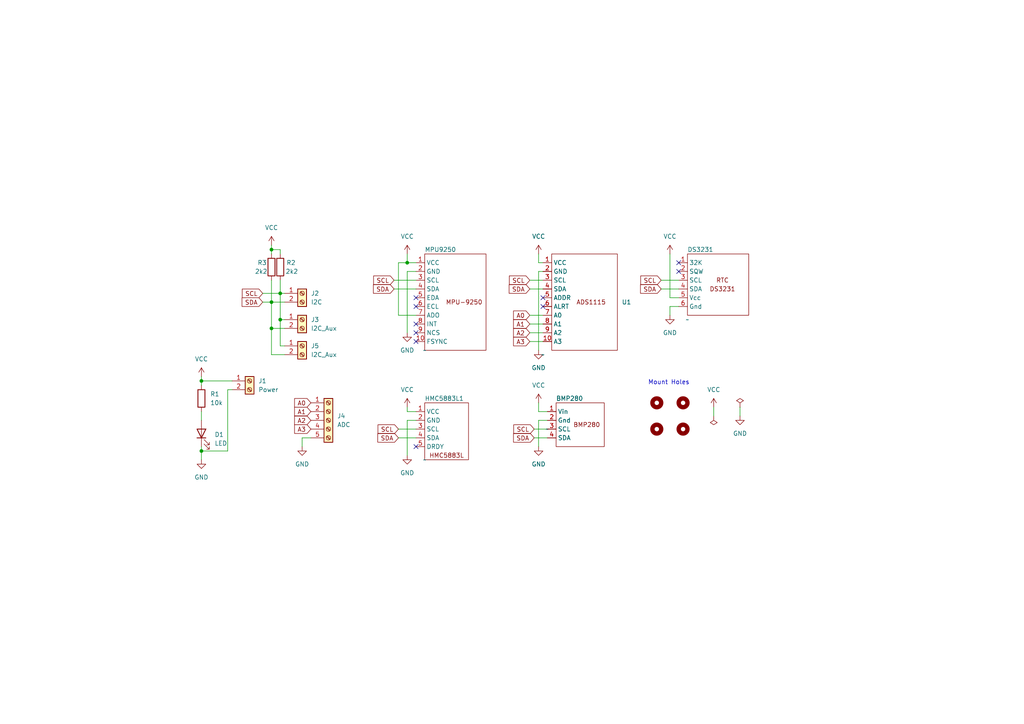
<source format=kicad_sch>
(kicad_sch (version 20231120) (generator "eeschema") (generator_version "8.0")
  (paper "A4")
  (lib_symbols
    (symbol "Connector:Screw_Terminal_01x02" (pin_names (offset 1.016) hide)
      (property "Reference" "J" (at 0 2.54 0))
      (property "Value" "Screw_Terminal_01x02" (at 0 -5.08 0))
      (symbol "Screw_Terminal_01x02_1_1"
        (rectangle (start -1.27 1.27) (end 1.27 -3.81) (stroke (width 0.254)) (fill (type background)))
        (circle (center 0 -2.54) (radius 0.635) (stroke (width 0.1524)))
        (polyline (pts (xy -0.5334 -2.2098) (xy 0.3302 -3.048)) (stroke (width 0.1524)))
        (polyline (pts (xy -0.5334 0.3302) (xy 0.3302 -0.508)) (stroke (width 0.1524)))
        (polyline (pts (xy -0.3556 -2.032) (xy 0.508 -2.8702)) (stroke (width 0.1524)))
        (polyline (pts (xy -0.3556 0.508) (xy 0.508 -0.3302)) (stroke (width 0.1524)))
        (circle (center 0 0) (radius 0.635) (stroke (width 0.1524)))
        (pin passive line (at -5.08 0 0) (length 3.81) (name "Pin_1") (number "1"))
        (pin passive line (at -5.08 -2.54 0) (length 3.81) (name "Pin_2") (number "2"))
      )
    )
    (symbol "Connector:Screw_Terminal_01x05" (pin_names (offset 1.016) hide)
      (property "Reference" "J" (at 0 7.62 0))
      (property "Value" "Screw_Terminal_01x05" (at 0 -7.62 0))
      (symbol "Screw_Terminal_01x05_1_1"
        (rectangle (start -1.27 6.35) (end 1.27 -6.35) (stroke (width 0.254)) (fill (type background)))
        (circle (center 0 -5.08) (radius 0.635) (stroke (width 0.1524)))
        (circle (center 0 -2.54) (radius 0.635) (stroke (width 0.1524)))
        (polyline (pts (xy -0.5334 -4.7498) (xy 0.3302 -5.588)) (stroke (width 0.1524)))
        (polyline (pts (xy -0.5334 -2.2098) (xy 0.3302 -3.048)) (stroke (width 0.1524)))
        (polyline (pts (xy -0.5334 0.3302) (xy 0.3302 -0.508)) (stroke (width 0.1524)))
        (polyline (pts (xy -0.5334 2.8702) (xy 0.3302 2.032)) (stroke (width 0.1524)))
        (polyline (pts (xy -0.5334 5.4102) (xy 0.3302 4.572)) (stroke (width 0.1524)))
        (polyline (pts (xy -0.3556 -4.572) (xy 0.508 -5.4102)) (stroke (width 0.1524)))
        (polyline (pts (xy -0.3556 -2.032) (xy 0.508 -2.8702)) (stroke (width 0.1524)))
        (polyline (pts (xy -0.3556 0.508) (xy 0.508 -0.3302)) (stroke (width 0.1524)))
        (polyline (pts (xy -0.3556 3.048) (xy 0.508 2.2098)) (stroke (width 0.1524)))
        (polyline (pts (xy -0.3556 5.588) (xy 0.508 4.7498)) (stroke (width 0.1524)))
        (circle (center 0 0) (radius 0.635) (stroke (width 0.1524)))
        (circle (center 0 2.54) (radius 0.635) (stroke (width 0.1524)))
        (circle (center 0 5.08) (radius 0.635) (stroke (width 0.1524)))
        (pin passive line (at -5.08 5.08 0) (length 3.81) (name "Pin_1") (number "1"))
        (pin passive line (at -5.08 2.54 0) (length 3.81) (name "Pin_2") (number "2"))
        (pin passive line (at -5.08 0 0) (length 3.81) (name "Pin_3") (number "3"))
        (pin passive line (at -5.08 -2.54 0) (length 3.81) (name "Pin_4") (number "4"))
        (pin passive line (at -5.08 -5.08 0) (length 3.81) (name "Pin_5") (number "5"))
      )
    )
    (symbol "Device:LED" (pin_numbers hide) (pin_names (offset 1.016) hide)
      (property "Reference" "D" (at 0 2.54 0))
      (property "Value" "LED" (at 0 -2.54 0))
      (symbol "LED_0_1"
        (polyline (pts (xy -1.27 -1.27) (xy -1.27 1.27)) (stroke (width 0.254)))
        (polyline (pts (xy -1.27 0) (xy 1.27 0)))
        (polyline (pts (xy 1.27 -1.27) (xy 1.27 1.27) (xy -1.27 0) (xy 1.27 -1.27)) (stroke (width 0.254)))
        (polyline (pts (xy -3.048 -0.762) (xy -4.572 -2.286) (xy -3.81 -2.286) (xy -4.572 -2.286) (xy -4.572 -1.524)))
        (polyline (pts (xy -1.778 -0.762) (xy -3.302 -2.286) (xy -2.54 -2.286) (xy -3.302 -2.286) (xy -3.302 -1.524)))
      )
      (symbol "LED_1_1"
        (pin passive line (at -3.81 0 0) (length 2.54) (name "K") (number "1"))
        (pin passive line (at 3.81 0 180) (length 2.54) (name "A") (number "2"))
      )
    )
    (symbol "Device:R" (pin_numbers hide) (pin_names (offset 0))
      (property "Reference" "R" (at 2.032 0 90))
      (property "Value" "R" (at 0 0 90))
      (symbol "R_0_1"
        (rectangle (start -1.016 -2.54) (end 1.016 2.54) (stroke (width 0.254)))
      )
      (symbol "R_1_1"
        (pin passive line (at 0 3.81 270) (length 1.27) (name "~") (number "1"))
        (pin passive line (at 0 -3.81 90) (length 1.27) (name "~") (number "2"))
      )
    )
    (symbol "Mechanical:MountingHole" (pin_names (offset 1.016))
      (property "Reference" "H" (at 0 5.08 0))
      (property "Value" "MountingHole" (at 0 3.175 0))
      (symbol "MountingHole_0_1"
        (circle (center 0 0) (radius 1.27) (stroke (width 1.27)))
      )
    )
    (symbol "my_symbol_lib:ADS1115"
      (property "Reference" "U" (at -8.89 15.24 0))
      (symbol "ADS1115_0_1"
        (rectangle (start -10.16 13.97) (end 8.89 -13.97))
      )
      (symbol "ADS1115_1_1"
        (text "ADS1115\n" (at 1.27 0 0) (effects (font (size 1.27 1.27))))
        (pin power_in line (at -12.7 11.43 0) (length 2.54) (name "VCC") (number "1"))
        (pin input line (at -12.7 -11.43 0) (length 2.54) (name "A3") (number "10"))
        (pin power_in line (at -12.7 8.89 0) (length 2.54) (name "GND") (number "2"))
        (pin input line (at -12.7 6.35 0) (length 2.54) (name "SCL") (number "3"))
        (pin bidirectional line (at -12.7 3.81 0) (length 2.54) (name "SDA") (number "4"))
        (pin input line (at -12.7 1.27 0) (length 2.54) (name "ADDR") (number "5"))
        (pin output line (at -12.7 -1.27 0) (length 2.54) (name "ALRT") (number "6"))
        (pin input line (at -12.7 -3.81 0) (length 2.54) (name "A0") (number "7"))
        (pin input line (at -12.7 -6.35 0) (length 2.54) (name "A1") (number "8"))
        (pin input line (at -12.7 -8.89 0) (length 2.54) (name "A2") (number "9"))
      )
    )
    (symbol "my_symbol_lib:BMP280"
      (property "Reference" "U" (at -6.35 7.62 0))
      (symbol "BMP280_0_1"
        (rectangle (start -7.62 6.35) (end 6.35 -6.35))
      )
      (symbol "BMP280_1_1"
        (text "BMP280" (at 1.27 0 0) (effects (font (size 1.27 1.27))))
        (pin power_in line (at -10.16 3.81 0) (length 2.54) (name "Vin") (number "1"))
        (pin power_in line (at -10.16 1.27 0) (length 2.54) (name "Gnd") (number "2"))
        (pin input line (at -10.16 -1.27 0) (length 2.54) (name "SCL") (number "3"))
        (pin input line (at -10.16 -3.81 0) (length 2.54) (name "SDA") (number "4"))
      )
    )
    (symbol "my_symbol_lib:HMC5883L"
      (property "Reference" "U" (at 1.27 17.78 0))
      (symbol "HMC5883L_0_1"
        (rectangle (start 0 16.51) (end 12.7 0))
      )
      (symbol "HMC5883L_1_1"
        (text "HMC5883L" (at 6.35 1.27 0) (effects (font (size 1.27 1.27))))
        (pin power_in line (at -2.54 13.97 0) (length 2.54) (name "VCC") (number "1"))
        (pin power_in line (at -2.54 11.43 0) (length 2.54) (name "GND") (number "2"))
        (pin bidirectional line (at -2.54 8.89 0) (length 2.54) (name "SCL") (number "3"))
        (pin bidirectional line (at -2.54 6.35 0) (length 2.54) (name "SDA") (number "4"))
        (pin output line (at -2.54 3.81 0) (length 2.54) (name "DRDY") (number "5"))
      )
    )
    (symbol "my_symbol_lib:MPU-9250"
      (property "Reference" "U" (at 1.27 29.21 0))
      (symbol "MPU-9250_0_1"
        (rectangle (start 0 27.94) (end 17.78 0))
      )
      (symbol "MPU-9250_1_1"
        (text "MPU-9250" (at 11.43 13.97 0) (effects (font (size 1.27 1.27))))
        (pin power_in line (at -2.54 25.4 0) (length 2.54) (name "VCC") (number "1"))
        (pin bidirectional line (at -2.54 2.54 0) (length 2.54) (name "FSYNC") (number "10"))
        (pin power_in line (at -2.54 22.86 0) (length 2.54) (name "GND") (number "2"))
        (pin input line (at -2.54 20.32 0) (length 2.54) (name "SCL") (number "3"))
        (pin bidirectional line (at -2.54 17.78 0) (length 2.54) (name "SDA") (number "4"))
        (pin bidirectional line (at -2.54 15.24 0) (length 2.54) (name "EDA") (number "5"))
        (pin bidirectional line (at -2.54 12.7 0) (length 2.54) (name "ECL") (number "6"))
        (pin bidirectional line (at -2.54 10.16 0) (length 2.54) (name "ADO") (number "7"))
        (pin bidirectional line (at -2.54 7.62 0) (length 2.54) (name "INT") (number "8"))
        (pin bidirectional line (at -2.54 5.08 0) (length 2.54) (name "NCS") (number "9"))
      )
    )
    (symbol "my_symbol_lib:RTC_DS3231"
      (property "Reference" "U" (at 1.27 20.32 0))
      (symbol "RTC_DS3231_0_1"
        (rectangle (start 0 19.05) (end 17.78 1.27))
      )
      (symbol "RTC_DS3231_1_1"
        (text "DS3231" (at 10.16 8.89 0) (effects (font (size 1.27 1.27))))
        (text "RTC" (at 10.16 11.43 0) (effects (font (size 1.27 1.27))))
        (pin output line (at -2.54 16.51 0) (length 2.54) (name "32K") (number "1"))
        (pin output line (at -2.54 13.97 0) (length 2.54) (name "SQW") (number "2"))
        (pin input line (at -2.54 11.43 0) (length 2.54) (name "SCL") (number "3"))
        (pin bidirectional line (at -2.54 8.89 0) (length 2.54) (name "SDA") (number "4"))
        (pin power_in line (at -2.54 6.35 0) (length 2.54) (name "Vcc") (number "5"))
        (pin power_in line (at -2.54 3.81 0) (length 2.54) (name "Gnd") (number "6"))
      )
    )
    (symbol "power:GND" (power) (pin_names (offset 0))
      (property "Value" "GND" (at 0 -3.81 0))
      (symbol "GND_0_1"
        (polyline (pts (xy 0 0) (xy 0 -1.27) (xy 1.27 -1.27) (xy 0 -2.54) (xy -1.27 -1.27) (xy 0 -1.27)))
      )
      (symbol "GND_1_1"
        (pin power_in line (at 0 0 270) (length 0) hide (name "GND") (number "1"))
      )
    )
    (symbol "power:PWR_FLAG" (power) (pin_numbers hide) (pin_names (offset 0) hide)
      (property "Value" "PWR_FLAG" (at 0 3.81 0))
      (symbol "PWR_FLAG_0_0"
        (pin power_out line (at 0 0 90) (length 0) (name "pwr") (number "1"))
      )
      (symbol "PWR_FLAG_0_1"
        (polyline (pts (xy 0 0) (xy 0 1.27) (xy -1.016 1.905) (xy 0 2.54) (xy 1.016 1.905) (xy 0 1.27)))
      )
    )
    (symbol "power:VCC" (power) (pin_names (offset 0))
      (property "Value" "VCC" (at 0 3.81 0))
      (symbol "VCC_0_1"
        (polyline (pts (xy -0.762 1.27) (xy 0 2.54)))
        (polyline (pts (xy 0 0) (xy 0 2.54)))
        (polyline (pts (xy 0 2.54) (xy 0.762 1.27)))
      )
      (symbol "VCC_1_1"
        (pin power_in line (at 0 0 90) (length 0) hide (name "VCC") (number "1"))
      )
    )
  )
  (junction (at 81.28 92.71))
  (junction (at 78.74 72.39))
  (junction (at 58.42 110.49))
  (junction (at 118.11 76.2))
  (junction (at 58.42 130.81))
  (junction (at 78.74 95.25))
  (junction (at 78.74 87.63))
  (junction (at 81.28 85.09))
  (no_connect (at 157.48 88.9))
  (no_connect (at 120.65 96.52))
  (no_connect (at 120.65 88.9))
  (no_connect (at 120.65 99.06))
  (no_connect (at 120.65 86.36))
  (no_connect (at 196.85 76.2))
  (no_connect (at 196.85 78.74))
  (no_connect (at 120.65 93.98))
  (no_connect (at 120.65 129.54))
  (no_connect (at 157.48 86.36))
  (wire (pts (xy 118.11 132.08) (xy 118.11 121.92)))
  (wire (pts (xy 207.01 118.11) (xy 207.01 120.65)))
  (wire (pts (xy 194.31 73.66) (xy 194.31 86.36)))
  (wire (pts (xy 115.57 76.2) (xy 118.11 76.2)))
  (wire (pts (xy 66.04 130.81) (xy 66.04 113.03)))
  (wire (pts (xy 191.77 81.28) (xy 196.85 81.28)))
  (wire (pts (xy 153.67 96.52) (xy 157.48 96.52)))
  (wire (pts (xy 81.28 85.09) (xy 82.55 85.09)))
  (wire (pts (xy 78.74 95.25) (xy 78.74 87.63)))
  (wire (pts (xy 153.67 99.06) (xy 157.48 99.06)))
  (wire (pts (xy 153.67 91.44) (xy 157.48 91.44)))
  (wire (pts (xy 118.11 76.2) (xy 118.11 73.66)))
  (wire (pts (xy 156.21 76.2) (xy 157.48 76.2)))
  (wire (pts (xy 156.21 121.92) (xy 158.75 121.92)))
  (wire (pts (xy 81.28 92.71) (xy 81.28 100.33)))
  (wire (pts (xy 194.31 88.9) (xy 196.85 88.9)))
  (wire (pts (xy 81.28 92.71) (xy 81.28 85.09)))
  (wire (pts (xy 78.74 102.87) (xy 78.74 95.25)))
  (wire (pts (xy 153.67 81.28) (xy 157.48 81.28)))
  (wire (pts (xy 156.21 73.66) (xy 156.21 76.2)))
  (wire (pts (xy 58.42 110.49) (xy 58.42 111.76)))
  (wire (pts (xy 87.63 129.54) (xy 87.63 127)))
  (wire (pts (xy 120.65 78.74) (xy 118.11 78.74)))
  (wire (pts (xy 78.74 72.39) (xy 81.28 72.39)))
  (wire (pts (xy 58.42 130.81) (xy 58.42 133.35)))
  (wire (pts (xy 156.21 129.54) (xy 156.21 121.92)))
  (wire (pts (xy 76.2 85.09) (xy 81.28 85.09)))
  (wire (pts (xy 115.57 124.46) (xy 120.65 124.46)))
  (wire (pts (xy 81.28 72.39) (xy 81.28 73.66)))
  (wire (pts (xy 153.67 83.82) (xy 157.48 83.82)))
  (wire (pts (xy 194.31 91.44) (xy 194.31 88.9)))
  (wire (pts (xy 114.3 83.82) (xy 120.65 83.82)))
  (wire (pts (xy 58.42 119.38) (xy 58.42 121.92)))
  (wire (pts (xy 82.55 95.25) (xy 78.74 95.25)))
  (wire (pts (xy 66.04 113.03) (xy 67.31 113.03)))
  (wire (pts (xy 120.65 119.38) (xy 118.11 119.38)))
  (wire (pts (xy 156.21 116.84) (xy 156.21 119.38)))
  (wire (pts (xy 194.31 86.36) (xy 196.85 86.36)))
  (wire (pts (xy 191.77 83.82) (xy 196.85 83.82)))
  (wire (pts (xy 76.2 87.63) (xy 78.74 87.63)))
  (wire (pts (xy 154.94 127) (xy 158.75 127)))
  (wire (pts (xy 58.42 130.81) (xy 66.04 130.81)))
  (wire (pts (xy 78.74 71.12) (xy 78.74 72.39)))
  (wire (pts (xy 87.63 127) (xy 90.17 127)))
  (wire (pts (xy 156.21 119.38) (xy 158.75 119.38)))
  (wire (pts (xy 214.63 118.11) (xy 214.63 120.65)))
  (wire (pts (xy 78.74 81.28) (xy 78.74 87.63)))
  (wire (pts (xy 156.21 78.74) (xy 157.48 78.74)))
  (wire (pts (xy 120.65 91.44) (xy 115.57 91.44)))
  (wire (pts (xy 81.28 81.28) (xy 81.28 85.09)))
  (wire (pts (xy 115.57 91.44) (xy 115.57 76.2)))
  (wire (pts (xy 81.28 100.33) (xy 82.55 100.33)))
  (wire (pts (xy 115.57 127) (xy 120.65 127)))
  (wire (pts (xy 82.55 102.87) (xy 78.74 102.87)))
  (wire (pts (xy 154.94 124.46) (xy 158.75 124.46)))
  (wire (pts (xy 82.55 92.71) (xy 81.28 92.71)))
  (wire (pts (xy 120.65 76.2) (xy 118.11 76.2)))
  (wire (pts (xy 118.11 119.38) (xy 118.11 118.11)))
  (wire (pts (xy 78.74 87.63) (xy 82.55 87.63)))
  (wire (pts (xy 156.21 101.6) (xy 156.21 78.74)))
  (wire (pts (xy 58.42 129.54) (xy 58.42 130.81)))
  (wire (pts (xy 118.11 121.92) (xy 120.65 121.92)))
  (wire (pts (xy 78.74 72.39) (xy 78.74 73.66)))
  (wire (pts (xy 58.42 109.22) (xy 58.42 110.49)))
  (wire (pts (xy 118.11 78.74) (xy 118.11 96.52)))
  (wire (pts (xy 153.67 93.98) (xy 157.48 93.98)))
  (wire (pts (xy 114.3 81.28) (xy 120.65 81.28)))
  (wire (pts (xy 58.42 110.49) (xy 67.31 110.49)))
  (text "Mount Holes\n" (at 187.96 111.76 0) (effects (font (size 1.27 1.27)) (justify left bottom)))
  (global_label "SDA" (shape input) (at 154.94 127 180) (property "Intersheetrefs" "${INTERSHEET_REFS}" (effects (hide yes))))
  (global_label "SCL" (shape input) (at 191.77 81.28 180) (property "Intersheetrefs" "${INTERSHEET_REFS}" (effects (hide yes))))
  (global_label "SCL" (shape input) (at 153.67 81.28 180) (property "Intersheetrefs" "${INTERSHEET_REFS}" (effects (hide yes))))
  (global_label "SDA" (shape input) (at 114.3 83.82 180) (property "Intersheetrefs" "${INTERSHEET_REFS}" (effects (hide yes))))
  (global_label "A0" (shape input) (at 153.67 91.44 180) (property "Intersheetrefs" "${INTERSHEET_REFS}" (effects (hide yes))))
  (global_label "SCL" (shape input) (at 114.3 81.28 180) (property "Intersheetrefs" "${INTERSHEET_REFS}" (effects (hide yes))))
  (global_label "SCL" (shape input) (at 154.94 124.46 180) (property "Intersheetrefs" "${INTERSHEET_REFS}" (effects (hide yes))))
  (global_label "A0" (shape input) (at 90.17 116.84 180) (property "Intersheetrefs" "${INTERSHEET_REFS}" (effects (hide yes))))
  (global_label "A3" (shape input) (at 153.67 99.06 180) (property "Intersheetrefs" "${INTERSHEET_REFS}" (effects (hide yes))))
  (global_label "SCL" (shape input) (at 76.2 85.09 180) (property "Intersheetrefs" "${INTERSHEET_REFS}" (effects (hide yes))))
  (global_label "SDA" (shape input) (at 191.77 83.82 180) (property "Intersheetrefs" "${INTERSHEET_REFS}" (effects (hide yes))))
  (global_label "SDA" (shape input) (at 76.2 87.63 180) (property "Intersheetrefs" "${INTERSHEET_REFS}" (effects (hide yes))))
  (global_label "A1" (shape input) (at 90.17 119.38 180) (property "Intersheetrefs" "${INTERSHEET_REFS}" (effects (hide yes))))
  (global_label "SCL" (shape input) (at 115.57 124.46 180) (property "Intersheetrefs" "${INTERSHEET_REFS}" (effects (hide yes))))
  (global_label "A2" (shape input) (at 153.67 96.52 180) (property "Intersheetrefs" "${INTERSHEET_REFS}" (effects (hide yes))))
  (global_label "A1" (shape input) (at 153.67 93.98 180) (property "Intersheetrefs" "${INTERSHEET_REFS}" (effects (hide yes))))
  (global_label "A3" (shape input) (at 90.17 124.46 180) (property "Intersheetrefs" "${INTERSHEET_REFS}" (effects (hide yes))))
  (global_label "A2" (shape input) (at 90.17 121.92 180) (property "Intersheetrefs" "${INTERSHEET_REFS}" (effects (hide yes))))
  (global_label "SDA" (shape input) (at 153.67 83.82 180) (property "Intersheetrefs" "${INTERSHEET_REFS}" (effects (hide yes))))
  (global_label "SDA" (shape input) (at 115.57 127 180) (property "Intersheetrefs" "${INTERSHEET_REFS}" (effects (hide yes))))
  (symbol (lib_id "power:GND") (at 156.21 129.54 0) (unit 1)
    (property "Reference" "#PWR010" (effects (hide yes)))
    (property "Value" "GND" (at 156.21 134.62 0))
    (property "Description" "Power symbol creates a global label with name \"GND\" , ground" (effects (hide yes)))
  )
  (symbol (lib_id "power:GND") (at 156.21 101.6 0) (unit 1)
    (property "Reference" "#PWR04" (effects (hide yes)))
    (property "Value" "GND" (at 156.21 106.68 0))
    (property "Description" "Power symbol creates a global label with name \"GND\" , ground" (effects (hide yes)))
  )
  (symbol (lib_id "power:GND") (at 214.63 120.65 0) (unit 1)
    (property "Reference" "#PWR013" (effects (hide yes)))
    (property "Value" "GND" (at 214.63 125.73 0))
    (property "Description" "Power symbol creates a global label with name \"GND\" , ground" (effects (hide yes)))
  )
  (symbol (lib_id "Device:LED") (at 58.42 125.73 90) (unit 1)
    (property "Reference" "D1" (at 62.23 126.0475 90) (effects (justify right)))
    (property "Value" "LED" (at 62.23 128.5875 90) (effects (justify right)))
    (property "Footprint" "LED_SMD:LED_1206_3216Metric" (effects (hide yes)))
    (property "Description" "Light emitting diode" (effects (hide yes)))
  )
  (symbol (lib_id "power:VCC") (at 207.01 118.11 0) (unit 1)
    (property "Reference" "#PWR012" (effects (hide yes)))
    (property "Value" "VCC" (at 207.01 113.03 0))
    (property "Description" "Power symbol creates a global label with name \"VCC\"" (effects (hide yes)))
  )
  (symbol (lib_id "my_symbol_lib:MPU-9250") (at 123.19 101.6 0) (unit 1)
    (property "Reference" "MPU9250" (at 123.19 72.39 0) (effects (justify left)))
    (property "Value" "~" (at 123.19 101.6 0))
    (property "Footprint" "my_footprint_lib:MPU-9250" (effects (hide yes)))
  )
  (symbol (lib_id "power:VCC") (at 78.74 71.12 0) (unit 1)
    (property "Reference" "#PWR016" (effects (hide yes)))
    (property "Value" "VCC" (at 78.74 66.04 0))
    (property "Description" "Power symbol creates a global label with name \"VCC\"" (effects (hide yes)))
  )
  (symbol (lib_id "power:GND") (at 87.63 129.54 0) (unit 1)
    (property "Reference" "#PWR03" (effects (hide yes)))
    (property "Value" "GND" (at 87.63 134.62 0))
    (property "Description" "Power symbol creates a global label with name \"GND\" , ground" (effects (hide yes)))
  )
  (symbol (lib_id "power:GND") (at 118.11 96.52 0) (unit 1)
    (property "Reference" "#PWR07" (effects (hide yes)))
    (property "Value" "GND" (at 118.11 101.6 0))
    (property "Description" "Power symbol creates a global label with name \"GND\" , ground" (effects (hide yes)))
  )
  (symbol (lib_id "Connector:Screw_Terminal_01x02") (at 87.63 85.09 0) (unit 1)
    (property "Reference" "J2" (at 90.17 85.09 0) (effects (justify left)))
    (property "Value" "I2C" (at 90.17 87.63 0) (effects (justify left)))
    (property "Footprint" "TerminalBlock_TE-Connectivity:TerminalBlock_TE_282834-2_1x02_P2.54mm_Horizontal" (effects (hide yes)))
    (property "Description" "Generic screw terminal, single row, 01x02, script generated (kicad-library-utils/schlib/autogen/connector/)" (effects (hide yes)))
  )
  (symbol (lib_id "my_symbol_lib:HMC5883L") (at 123.19 133.35 0) (unit 1)
    (property "Reference" "HMC5883L1" (at 123.19 115.57 0) (effects (justify left)))
    (property "Value" "~" (at 123.19 133.35 0))
    (property "Footprint" "my_footprint_lib:HMC5883L" (effects (hide yes)))
  )
  (symbol (lib_id "my_symbol_lib:BMP280") (at 168.91 123.19 0) (unit 1)
    (property "Reference" "BMP280" (at 161.29 115.57 0) (effects (justify left)))
    (property "Value" "~" (at 158.75 124.46 0))
    (property "Footprint" "my_footprint_lib:bmp280" (effects (hide yes)))
  )
  (symbol (lib_id "power:VCC") (at 118.11 73.66 0) (unit 1)
    (property "Reference" "#PWR06" (effects (hide yes)))
    (property "Value" "VCC" (at 118.11 68.58 0))
    (property "Description" "Power symbol creates a global label with name \"VCC\"" (effects (hide yes)))
  )
  (symbol (lib_id "Connector:Screw_Terminal_01x02") (at 87.63 92.71 0) (unit 1)
    (property "Reference" "J3" (at 90.17 92.71 0) (effects (justify left)))
    (property "Value" "I2C_Aux" (at 90.17 95.25 0) (effects (justify left)))
    (property "Footprint" "TerminalBlock_TE-Connectivity:TerminalBlock_TE_282834-2_1x02_P2.54mm_Horizontal" (effects (hide yes)))
    (property "Description" "Generic screw terminal, single row, 01x02, script generated (kicad-library-utils/schlib/autogen/connector/)" (effects (hide yes)))
  )
  (symbol (lib_id "Mechanical:MountingHole") (at 190.5 124.46 0) (unit 1)
    (property "Reference" "H3" (effects (hide yes)))
    (property "Value" "MountingHole" (effects (hide yes)))
    (property "Footprint" "MountingHole:MountingHole_3.2mm_M3" (effects (hide yes)))
    (property "Description" "Mounting Hole without connection" (effects (hide yes)))
  )
  (symbol (lib_id "power:VCC") (at 194.31 73.66 0) (unit 1)
    (property "Reference" "#PWR09" (effects (hide yes)))
    (property "Value" "VCC" (at 194.31 68.58 0))
    (property "Description" "Power symbol creates a global label with name \"VCC\"" (effects (hide yes)))
  )
  (symbol (lib_id "power:VCC") (at 58.42 109.22 0) (unit 1)
    (property "Reference" "#PWR01" (effects (hide yes)))
    (property "Value" "VCC" (at 58.42 104.14 0))
    (property "Description" "Power symbol creates a global label with name \"VCC\"" (effects (hide yes)))
  )
  (symbol (lib_id "power:VCC") (at 118.11 118.11 0) (unit 1)
    (property "Reference" "#PWR015" (effects (hide yes)))
    (property "Value" "VCC" (at 118.11 113.03 0))
    (property "Description" "Power symbol creates a global label with name \"VCC\"" (effects (hide yes)))
  )
  (symbol (lib_id "power:VCC") (at 156.21 116.84 0) (unit 1)
    (property "Reference" "#PWR08" (effects (hide yes)))
    (property "Value" "VCC" (at 156.21 111.76 0))
    (property "Description" "Power symbol creates a global label with name \"VCC\"" (effects (hide yes)))
  )
  (symbol (lib_id "Connector:Screw_Terminal_01x02") (at 87.63 100.33 0) (unit 1)
    (property "Reference" "J5" (at 90.17 100.33 0) (effects (justify left)))
    (property "Value" "I2C_Aux" (at 90.17 102.87 0) (effects (justify left)))
    (property "Footprint" "TerminalBlock_TE-Connectivity:TerminalBlock_TE_282834-2_1x02_P2.54mm_Horizontal" (effects (hide yes)))
    (property "Description" "Generic screw terminal, single row, 01x02, script generated (kicad-library-utils/schlib/autogen/connector/)" (effects (hide yes)))
  )
  (symbol (lib_id "Mechanical:MountingHole") (at 198.12 116.84 0) (unit 1)
    (property "Reference" "H2" (effects (hide yes)))
    (property "Value" "MountingHole" (effects (hide yes)))
    (property "Footprint" "MountingHole:MountingHole_3.2mm_M3" (effects (hide yes)))
    (property "Description" "Mounting Hole without connection" (effects (hide yes)))
  )
  (symbol (lib_id "Connector:Screw_Terminal_01x05") (at 95.25 121.92 0) (unit 1)
    (property "Reference" "J4" (at 97.79 120.65 0) (effects (justify left)))
    (property "Value" "ADC" (at 97.79 123.19 0) (effects (justify left)))
    (property "Footprint" "TerminalBlock_TE-Connectivity:TerminalBlock_TE_282834-5_1x05_P2.54mm_Horizontal" (effects (hide yes)))
    (property "Description" "Generic screw terminal, single row, 01x05, script generated (kicad-library-utils/schlib/autogen/connector/)" (effects (hide yes)))
  )
  (symbol (lib_id "my_symbol_lib:RTC_DS3231") (at 199.39 92.71 0) (unit 1)
    (property "Reference" "DS3231" (at 199.39 72.39 0) (effects (justify left)))
    (property "Value" "~" (at 199.39 92.71 0))
    (property "Footprint" "my_footprint_lib:rtc_ds3231" (effects (hide yes)))
  )
  (symbol (lib_id "Device:R") (at 58.42 115.57 0) (unit 1)
    (property "Reference" "R1" (at 60.96 114.2999 0) (effects (justify left)))
    (property "Value" "10k" (at 60.96 116.8399 0) (effects (justify left)))
    (property "Footprint" "Resistor_SMD:R_1206_3216Metric" (effects (hide yes)))
    (property "Description" "Resistor" (effects (hide yes)))
  )
  (symbol (lib_id "power:GND") (at 194.31 91.44 0) (unit 1)
    (property "Reference" "#PWR011" (effects (hide yes)))
    (property "Value" "GND" (at 194.31 96.52 0))
    (property "Description" "Power symbol creates a global label with name \"GND\" , ground" (effects (hide yes)))
  )
  (symbol (lib_id "Device:R") (at 81.28 77.47 0) (unit 1)
    (property "Reference" "R2" (at 83.058 76.2 0) (effects (justify left)))
    (property "Value" "2k2" (at 82.804 78.74 0) (effects (justify left)))
    (property "Footprint" "Resistor_SMD:R_1206_3216Metric" (effects (hide yes)))
    (property "Description" "Resistor" (effects (hide yes)))
  )
  (symbol (lib_id "power:PWR_FLAG") (at 207.01 120.65 180) (unit 1)
    (property "Reference" "#FLG01" (effects (hide yes)))
    (property "Value" "PWR_FLAG" (effects (hide yes)))
    (property "Description" "Special symbol for telling ERC where power comes from" (effects (hide yes)))
  )
  (symbol (lib_id "power:PWR_FLAG") (at 214.63 118.11 0) (unit 1)
    (property "Reference" "#FLG02" (effects (hide yes)))
    (property "Value" "PWR_FLAG" (effects (hide yes)))
    (property "Description" "Special symbol for telling ERC where power comes from" (effects (hide yes)))
  )
  (symbol (lib_id "Connector:Screw_Terminal_01x02") (at 72.39 110.49 0) (unit 1)
    (property "Reference" "J1" (at 74.93 110.49 0) (effects (justify left)))
    (property "Value" "Power" (at 74.93 113.03 0) (effects (justify left)))
    (property "Footprint" "TerminalBlock_TE-Connectivity:TerminalBlock_TE_282834-2_1x02_P2.54mm_Horizontal" (effects (hide yes)))
    (property "Description" "Generic screw terminal, single row, 01x02, script generated (kicad-library-utils/schlib/autogen/connector/)" (effects (hide yes)))
  )
  (symbol (lib_id "Mechanical:MountingHole") (at 198.12 124.46 0) (unit 1)
    (property "Reference" "H4" (effects (hide yes)))
    (property "Value" "MountingHole" (effects (hide yes)))
    (property "Footprint" "MountingHole:MountingHole_3.2mm_M3" (effects (hide yes)))
    (property "Description" "Mounting Hole without connection" (effects (hide yes)))
  )
  (symbol (lib_id "Device:R") (at 78.74 77.47 0) (unit 1)
    (property "Reference" "R3" (at 74.676 76.2 0) (effects (justify left)))
    (property "Value" "2k2" (at 73.914 78.74 0) (effects (justify left)))
    (property "Footprint" "Resistor_SMD:R_1206_3216Metric" (effects (hide yes)))
    (property "Description" "Resistor" (effects (hide yes)))
  )
  (symbol (lib_id "Mechanical:MountingHole") (at 190.5 116.84 0) (unit 1)
    (property "Reference" "H1" (effects (hide yes)))
    (property "Value" "MountingHole" (effects (hide yes)))
    (property "Footprint" "MountingHole:MountingHole_3.2mm_M3" (effects (hide yes)))
    (property "Description" "Mounting Hole without connection" (effects (hide yes)))
  )
  (symbol (lib_id "power:GND") (at 118.11 132.08 0) (unit 1)
    (property "Reference" "#PWR014" (effects (hide yes)))
    (property "Value" "GND" (at 118.11 137.16 0))
    (property "Description" "Power symbol creates a global label with name \"GND\" , ground" (effects (hide yes)))
  )
  (symbol (lib_id "power:VCC") (at 156.21 73.66 0) (unit 1)
    (property "Reference" "#PWR05" (effects (hide yes)))
    (property "Value" "VCC" (at 156.21 68.58 0))
    (property "Description" "Power symbol creates a global label with name \"VCC\"" (effects (hide yes)))
  )
  (symbol (lib_id "power:GND") (at 58.42 133.35 0) (unit 1)
    (property "Reference" "#PWR02" (effects (hide yes)))
    (property "Value" "GND" (at 58.42 138.43 0))
    (property "Description" "Power symbol creates a global label with name \"GND\" , ground" (effects (hide yes)))
  )
  (symbol (lib_id "my_symbol_lib:ADS1115") (at 170.18 87.63 0) (unit 1)
    (property "Reference" "U1" (at 180.34 87.63 0) (effects (justify left)))
    (property "Value" "~" (at 157.48 102.87 0))
    (property "Footprint" "my_footprint_lib:ADS1115" (effects (hide yes)))
  )
)
</source>
